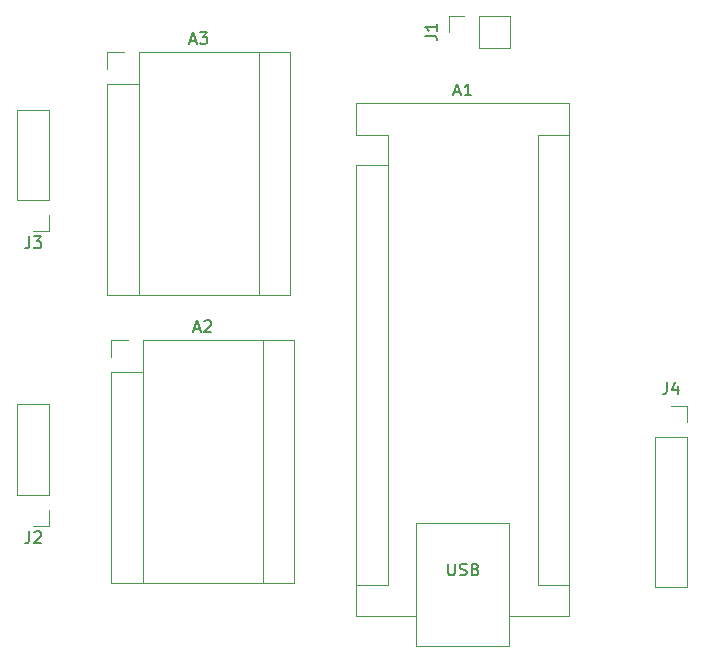
<source format=gto>
G04 #@! TF.GenerationSoftware,KiCad,Pcbnew,8.0.1*
G04 #@! TF.CreationDate,2024-04-25T13:58:40+02:00*
G04 #@! TF.ProjectId,WritingRobotV2,57726974-696e-4675-926f-626f7456322e,rev?*
G04 #@! TF.SameCoordinates,Original*
G04 #@! TF.FileFunction,Legend,Top*
G04 #@! TF.FilePolarity,Positive*
%FSLAX46Y46*%
G04 Gerber Fmt 4.6, Leading zero omitted, Abs format (unit mm)*
G04 Created by KiCad (PCBNEW 8.0.1) date 2024-04-25 13:58:40*
%MOMM*%
%LPD*%
G01*
G04 APERTURE LIST*
%ADD10C,0.150000*%
%ADD11C,0.120000*%
%ADD12R,1.700000X1.700000*%
%ADD13O,1.700000X1.700000*%
%ADD14R,1.600000X1.600000*%
%ADD15O,1.600000X1.600000*%
G04 APERTURE END LIST*
D10*
X130666666Y-74184819D02*
X130666666Y-74899104D01*
X130666666Y-74899104D02*
X130619047Y-75041961D01*
X130619047Y-75041961D02*
X130523809Y-75137200D01*
X130523809Y-75137200D02*
X130380952Y-75184819D01*
X130380952Y-75184819D02*
X130285714Y-75184819D01*
X131571428Y-74518152D02*
X131571428Y-75184819D01*
X131333333Y-74137200D02*
X131095238Y-74851485D01*
X131095238Y-74851485D02*
X131714285Y-74851485D01*
X76666666Y-61824819D02*
X76666666Y-62539104D01*
X76666666Y-62539104D02*
X76619047Y-62681961D01*
X76619047Y-62681961D02*
X76523809Y-62777200D01*
X76523809Y-62777200D02*
X76380952Y-62824819D01*
X76380952Y-62824819D02*
X76285714Y-62824819D01*
X77047619Y-61824819D02*
X77666666Y-61824819D01*
X77666666Y-61824819D02*
X77333333Y-62205771D01*
X77333333Y-62205771D02*
X77476190Y-62205771D01*
X77476190Y-62205771D02*
X77571428Y-62253390D01*
X77571428Y-62253390D02*
X77619047Y-62301009D01*
X77619047Y-62301009D02*
X77666666Y-62396247D01*
X77666666Y-62396247D02*
X77666666Y-62634342D01*
X77666666Y-62634342D02*
X77619047Y-62729580D01*
X77619047Y-62729580D02*
X77571428Y-62777200D01*
X77571428Y-62777200D02*
X77476190Y-62824819D01*
X77476190Y-62824819D02*
X77190476Y-62824819D01*
X77190476Y-62824819D02*
X77095238Y-62777200D01*
X77095238Y-62777200D02*
X77047619Y-62729580D01*
X90295714Y-45239104D02*
X90771904Y-45239104D01*
X90200476Y-45524819D02*
X90533809Y-44524819D01*
X90533809Y-44524819D02*
X90867142Y-45524819D01*
X91105238Y-44524819D02*
X91724285Y-44524819D01*
X91724285Y-44524819D02*
X91390952Y-44905771D01*
X91390952Y-44905771D02*
X91533809Y-44905771D01*
X91533809Y-44905771D02*
X91629047Y-44953390D01*
X91629047Y-44953390D02*
X91676666Y-45001009D01*
X91676666Y-45001009D02*
X91724285Y-45096247D01*
X91724285Y-45096247D02*
X91724285Y-45334342D01*
X91724285Y-45334342D02*
X91676666Y-45429580D01*
X91676666Y-45429580D02*
X91629047Y-45477200D01*
X91629047Y-45477200D02*
X91533809Y-45524819D01*
X91533809Y-45524819D02*
X91248095Y-45524819D01*
X91248095Y-45524819D02*
X91152857Y-45477200D01*
X91152857Y-45477200D02*
X91105238Y-45429580D01*
X76666666Y-86784819D02*
X76666666Y-87499104D01*
X76666666Y-87499104D02*
X76619047Y-87641961D01*
X76619047Y-87641961D02*
X76523809Y-87737200D01*
X76523809Y-87737200D02*
X76380952Y-87784819D01*
X76380952Y-87784819D02*
X76285714Y-87784819D01*
X77095238Y-86880057D02*
X77142857Y-86832438D01*
X77142857Y-86832438D02*
X77238095Y-86784819D01*
X77238095Y-86784819D02*
X77476190Y-86784819D01*
X77476190Y-86784819D02*
X77571428Y-86832438D01*
X77571428Y-86832438D02*
X77619047Y-86880057D01*
X77619047Y-86880057D02*
X77666666Y-86975295D01*
X77666666Y-86975295D02*
X77666666Y-87070533D01*
X77666666Y-87070533D02*
X77619047Y-87213390D01*
X77619047Y-87213390D02*
X77047619Y-87784819D01*
X77047619Y-87784819D02*
X77666666Y-87784819D01*
X90635714Y-69629104D02*
X91111904Y-69629104D01*
X90540476Y-69914819D02*
X90873809Y-68914819D01*
X90873809Y-68914819D02*
X91207142Y-69914819D01*
X91492857Y-69010057D02*
X91540476Y-68962438D01*
X91540476Y-68962438D02*
X91635714Y-68914819D01*
X91635714Y-68914819D02*
X91873809Y-68914819D01*
X91873809Y-68914819D02*
X91969047Y-68962438D01*
X91969047Y-68962438D02*
X92016666Y-69010057D01*
X92016666Y-69010057D02*
X92064285Y-69105295D01*
X92064285Y-69105295D02*
X92064285Y-69200533D01*
X92064285Y-69200533D02*
X92016666Y-69343390D01*
X92016666Y-69343390D02*
X91445238Y-69914819D01*
X91445238Y-69914819D02*
X92064285Y-69914819D01*
X110184819Y-44833333D02*
X110899104Y-44833333D01*
X110899104Y-44833333D02*
X111041961Y-44880952D01*
X111041961Y-44880952D02*
X111137200Y-44976190D01*
X111137200Y-44976190D02*
X111184819Y-45119047D01*
X111184819Y-45119047D02*
X111184819Y-45214285D01*
X111184819Y-43833333D02*
X111184819Y-44404761D01*
X111184819Y-44119047D02*
X110184819Y-44119047D01*
X110184819Y-44119047D02*
X110327676Y-44214285D01*
X110327676Y-44214285D02*
X110422914Y-44309523D01*
X110422914Y-44309523D02*
X110470533Y-44404761D01*
X112665714Y-49589104D02*
X113141904Y-49589104D01*
X112570476Y-49874819D02*
X112903809Y-48874819D01*
X112903809Y-48874819D02*
X113237142Y-49874819D01*
X114094285Y-49874819D02*
X113522857Y-49874819D01*
X113808571Y-49874819D02*
X113808571Y-48874819D01*
X113808571Y-48874819D02*
X113713333Y-49017676D01*
X113713333Y-49017676D02*
X113618095Y-49112914D01*
X113618095Y-49112914D02*
X113522857Y-49160533D01*
X112118095Y-89514819D02*
X112118095Y-90324342D01*
X112118095Y-90324342D02*
X112165714Y-90419580D01*
X112165714Y-90419580D02*
X112213333Y-90467200D01*
X112213333Y-90467200D02*
X112308571Y-90514819D01*
X112308571Y-90514819D02*
X112499047Y-90514819D01*
X112499047Y-90514819D02*
X112594285Y-90467200D01*
X112594285Y-90467200D02*
X112641904Y-90419580D01*
X112641904Y-90419580D02*
X112689523Y-90324342D01*
X112689523Y-90324342D02*
X112689523Y-89514819D01*
X113118095Y-90467200D02*
X113260952Y-90514819D01*
X113260952Y-90514819D02*
X113499047Y-90514819D01*
X113499047Y-90514819D02*
X113594285Y-90467200D01*
X113594285Y-90467200D02*
X113641904Y-90419580D01*
X113641904Y-90419580D02*
X113689523Y-90324342D01*
X113689523Y-90324342D02*
X113689523Y-90229104D01*
X113689523Y-90229104D02*
X113641904Y-90133866D01*
X113641904Y-90133866D02*
X113594285Y-90086247D01*
X113594285Y-90086247D02*
X113499047Y-90038628D01*
X113499047Y-90038628D02*
X113308571Y-89991009D01*
X113308571Y-89991009D02*
X113213333Y-89943390D01*
X113213333Y-89943390D02*
X113165714Y-89895771D01*
X113165714Y-89895771D02*
X113118095Y-89800533D01*
X113118095Y-89800533D02*
X113118095Y-89705295D01*
X113118095Y-89705295D02*
X113165714Y-89610057D01*
X113165714Y-89610057D02*
X113213333Y-89562438D01*
X113213333Y-89562438D02*
X113308571Y-89514819D01*
X113308571Y-89514819D02*
X113546666Y-89514819D01*
X113546666Y-89514819D02*
X113689523Y-89562438D01*
X114451428Y-89991009D02*
X114594285Y-90038628D01*
X114594285Y-90038628D02*
X114641904Y-90086247D01*
X114641904Y-90086247D02*
X114689523Y-90181485D01*
X114689523Y-90181485D02*
X114689523Y-90324342D01*
X114689523Y-90324342D02*
X114641904Y-90419580D01*
X114641904Y-90419580D02*
X114594285Y-90467200D01*
X114594285Y-90467200D02*
X114499047Y-90514819D01*
X114499047Y-90514819D02*
X114118095Y-90514819D01*
X114118095Y-90514819D02*
X114118095Y-89514819D01*
X114118095Y-89514819D02*
X114451428Y-89514819D01*
X114451428Y-89514819D02*
X114546666Y-89562438D01*
X114546666Y-89562438D02*
X114594285Y-89610057D01*
X114594285Y-89610057D02*
X114641904Y-89705295D01*
X114641904Y-89705295D02*
X114641904Y-89800533D01*
X114641904Y-89800533D02*
X114594285Y-89895771D01*
X114594285Y-89895771D02*
X114546666Y-89943390D01*
X114546666Y-89943390D02*
X114451428Y-89991009D01*
X114451428Y-89991009D02*
X114118095Y-89991009D01*
D11*
X129670000Y-78770000D02*
X129670000Y-91530000D01*
X129670000Y-78770000D02*
X132330000Y-78770000D01*
X129670000Y-91530000D02*
X132330000Y-91530000D01*
X131000000Y-76170000D02*
X132330000Y-76170000D01*
X132330000Y-76170000D02*
X132330000Y-77500000D01*
X132330000Y-78770000D02*
X132330000Y-91530000D01*
X78330000Y-61370000D02*
X77000000Y-61370000D01*
X78330000Y-60040000D02*
X78330000Y-61370000D01*
X78330000Y-58770000D02*
X78330000Y-51090000D01*
X78330000Y-58770000D02*
X75670000Y-58770000D01*
X78330000Y-51090000D02*
X75670000Y-51090000D01*
X75670000Y-58770000D02*
X75670000Y-51090000D01*
X83260000Y-46210000D02*
X83260000Y-47610000D01*
X83260000Y-48880000D02*
X83260000Y-66790000D01*
X83260000Y-66790000D02*
X98760000Y-66790000D01*
X84660000Y-46210000D02*
X83260000Y-46210000D01*
X85930000Y-46210000D02*
X85930000Y-48880000D01*
X85930000Y-48880000D02*
X83260000Y-48880000D01*
X85930000Y-48880000D02*
X85930000Y-66790000D01*
X96090000Y-46210000D02*
X96090000Y-66790000D01*
X98760000Y-46210000D02*
X85930000Y-46210000D01*
X98760000Y-66790000D02*
X98760000Y-46210000D01*
X78330000Y-86330000D02*
X77000000Y-86330000D01*
X78330000Y-85000000D02*
X78330000Y-86330000D01*
X78330000Y-83730000D02*
X78330000Y-76050000D01*
X78330000Y-83730000D02*
X75670000Y-83730000D01*
X78330000Y-76050000D02*
X75670000Y-76050000D01*
X75670000Y-83730000D02*
X75670000Y-76050000D01*
X99100000Y-91180000D02*
X99100000Y-70600000D01*
X99100000Y-70600000D02*
X86270000Y-70600000D01*
X96430000Y-70600000D02*
X96430000Y-91180000D01*
X86270000Y-73270000D02*
X86270000Y-91180000D01*
X86270000Y-73270000D02*
X83600000Y-73270000D01*
X86270000Y-70600000D02*
X86270000Y-73270000D01*
X85000000Y-70600000D02*
X83600000Y-70600000D01*
X83600000Y-91180000D02*
X99100000Y-91180000D01*
X83600000Y-73270000D02*
X83600000Y-91180000D01*
X83600000Y-70600000D02*
X83600000Y-72000000D01*
X114770000Y-45830000D02*
X117370000Y-45830000D01*
X114770000Y-45830000D02*
X114770000Y-43170000D01*
X117370000Y-45830000D02*
X117370000Y-43170000D01*
X112170000Y-44500000D02*
X112170000Y-43170000D01*
X112170000Y-43170000D02*
X113500000Y-43170000D01*
X114770000Y-43170000D02*
X117370000Y-43170000D01*
X104360000Y-50560000D02*
X104360000Y-53230000D01*
X104360000Y-55770000D02*
X104360000Y-94000000D01*
X104360000Y-94000000D02*
X109440000Y-94000000D01*
X107030000Y-53230000D02*
X104360000Y-53230000D01*
X107030000Y-55770000D02*
X104360000Y-55770000D01*
X107030000Y-55770000D02*
X107030000Y-53230000D01*
X107030000Y-55770000D02*
X107030000Y-91330000D01*
X107030000Y-91330000D02*
X104360000Y-91330000D01*
X109440000Y-86120000D02*
X117320000Y-86120000D01*
X109440000Y-96540000D02*
X109440000Y-86120000D01*
X117320000Y-86120000D02*
X117320000Y-96540000D01*
X117320000Y-96540000D02*
X109440000Y-96540000D01*
X119730000Y-53230000D02*
X119730000Y-91330000D01*
X119730000Y-53230000D02*
X122400000Y-53230000D01*
X119730000Y-91330000D02*
X122400000Y-91330000D01*
X122400000Y-50560000D02*
X104360000Y-50560000D01*
X122400000Y-94000000D02*
X117320000Y-94000000D01*
X122400000Y-94000000D02*
X122400000Y-50560000D01*
%LPC*%
D12*
X131000000Y-77500000D03*
D13*
X131000000Y-80040000D03*
X131000000Y-82580000D03*
X131000000Y-85120000D03*
X131000000Y-87660000D03*
X131000000Y-90200000D03*
D12*
X77000000Y-60040000D03*
D13*
X77000000Y-57500000D03*
X77000000Y-54960000D03*
X77000000Y-52420000D03*
D14*
X84660000Y-47610000D03*
D15*
X84660000Y-50150000D03*
X84660000Y-52690000D03*
X84660000Y-55230000D03*
X84660000Y-57770000D03*
X84660000Y-60310000D03*
X84660000Y-62850000D03*
X84660000Y-65390000D03*
X97360000Y-65390000D03*
X97360000Y-62850000D03*
X97360000Y-60310000D03*
X97360000Y-57770000D03*
X97360000Y-55230000D03*
X97360000Y-52690000D03*
X97360000Y-50150000D03*
X97360000Y-47610000D03*
D12*
X77000000Y-85000000D03*
D13*
X77000000Y-82460000D03*
X77000000Y-79920000D03*
X77000000Y-77380000D03*
D15*
X97700000Y-72000000D03*
X97700000Y-74540000D03*
X97700000Y-77080000D03*
X97700000Y-79620000D03*
X97700000Y-82160000D03*
X97700000Y-84700000D03*
X97700000Y-87240000D03*
X97700000Y-89780000D03*
X85000000Y-89780000D03*
X85000000Y-87240000D03*
X85000000Y-84700000D03*
X85000000Y-82160000D03*
X85000000Y-79620000D03*
X85000000Y-77080000D03*
X85000000Y-74540000D03*
D14*
X85000000Y-72000000D03*
D12*
X113500000Y-44500000D03*
D13*
X116040000Y-44500000D03*
D14*
X105760000Y-54500000D03*
D15*
X105760000Y-57040000D03*
X105760000Y-59580000D03*
X105760000Y-62120000D03*
X105760000Y-64660000D03*
X105760000Y-67200000D03*
X105760000Y-69740000D03*
X105760000Y-72280000D03*
X105760000Y-74820000D03*
X105760000Y-77360000D03*
X105760000Y-79900000D03*
X105760000Y-82440000D03*
X105760000Y-84980000D03*
X105760000Y-87520000D03*
X105760000Y-90060000D03*
X121000000Y-90060000D03*
X121000000Y-87520000D03*
X121000000Y-84980000D03*
X121000000Y-82440000D03*
X121000000Y-79900000D03*
X121000000Y-77360000D03*
X121000000Y-74820000D03*
X121000000Y-72280000D03*
X121000000Y-69740000D03*
X121000000Y-67200000D03*
X121000000Y-64660000D03*
X121000000Y-62120000D03*
X121000000Y-59580000D03*
X121000000Y-57040000D03*
X121000000Y-54500000D03*
%LPD*%
M02*

</source>
